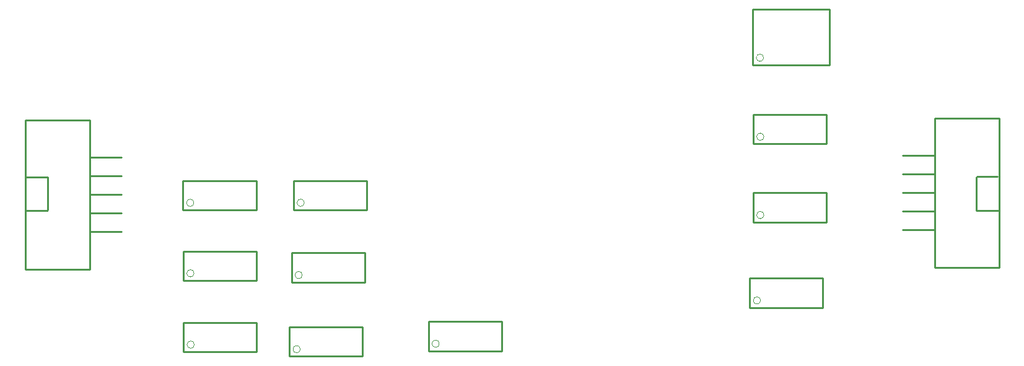
<source format=gbr>
%TF.GenerationSoftware,Altium Limited,Altium Designer,20.1.7 (139)*%
G04 Layer_Color=16711935*
%FSLAX44Y44*%
%MOMM*%
%TF.SameCoordinates,E03824B4-CBBF-40F0-B96A-956E77447FB1*%
%TF.FilePolarity,Positive*%
%TF.FileFunction,Other,Top_Assembly*%
%TF.Part,Single*%
G01*
G75*
%TA.AperFunction,NonConductor*%
%ADD38C,0.2500*%
%ADD41C,0.2540*%
%ADD55C,0.1000*%
D38*
X1450500Y848500D02*
Y888500D01*
X1350500Y848500D02*
Y888500D01*
X1450500D01*
X1350500Y848500D02*
X1450500D01*
X1345850Y624750D02*
X1445850D01*
X1345850Y664750D02*
X1445850D01*
X1345850Y624750D02*
Y664750D01*
X1445850Y624750D02*
Y664750D01*
X719500Y659500D02*
X819500D01*
X719500Y699500D02*
X819500D01*
X719500Y659500D02*
Y699500D01*
X819500Y659500D02*
Y699500D01*
X716750Y558000D02*
X816750D01*
X716750Y598000D02*
X816750D01*
X716750Y558000D02*
Y598000D01*
X816750Y558000D02*
Y598000D01*
X1450500Y741500D02*
Y781500D01*
X1350500Y741500D02*
Y781500D01*
X1450500D01*
X1350500Y741500D02*
X1450500D01*
X671250Y758250D02*
Y798250D01*
X571250Y758250D02*
Y798250D01*
X671250D01*
X571250Y758250D02*
X671250D01*
X1350000Y956500D02*
X1455000D01*
X1350000Y1032500D02*
X1455000D01*
X1350000Y956500D02*
Y1032500D01*
X1455000Y956500D02*
Y1032500D01*
X672000Y564250D02*
Y604250D01*
X572000Y564250D02*
Y604250D01*
X672000D01*
X572000Y564250D02*
X672000D01*
X671550Y661750D02*
Y701750D01*
X571550Y661750D02*
Y701750D01*
X671550D01*
X571550Y661750D02*
X671550D01*
X906750Y565500D02*
X1006750D01*
X906750Y605500D02*
X1006750D01*
X906750Y565500D02*
Y605500D01*
X1006750Y565500D02*
Y605500D01*
X822250Y758250D02*
Y798250D01*
X722250Y758250D02*
Y798250D01*
X822250D01*
X722250Y758250D02*
X822250D01*
D41*
X385700Y757300D02*
X386700Y758300D01*
X357700Y757300D02*
X385700D01*
X386700Y758300D02*
Y803300D01*
X355700D02*
X386700D01*
X443700Y830100D02*
Y881300D01*
X355700D02*
X443700D01*
X355700Y677300D02*
Y881300D01*
Y677300D02*
X443700D01*
Y728500D01*
X444100Y753900D02*
X487400D01*
X443700Y779300D02*
X487400D01*
X444100Y804700D02*
X487400D01*
X443700Y830100D02*
X487400D01*
X443700Y728500D02*
Y830100D01*
Y728500D02*
X462000D01*
X487400D01*
X1655550Y802600D02*
X1656550Y803600D01*
X1684550D01*
X1655550Y757600D02*
Y802600D01*
Y757600D02*
X1686550D01*
X1598550Y679600D02*
Y730800D01*
Y679600D02*
X1686550D01*
Y883600D01*
X1598550D02*
X1686550D01*
X1598550Y832400D02*
Y883600D01*
X1554850Y807000D02*
X1598150D01*
X1554850Y781600D02*
X1598550D01*
X1554850Y756200D02*
X1598150D01*
X1554850Y730800D02*
X1598550D01*
Y832400D01*
X1580250D02*
X1598550D01*
X1554850D02*
X1580250D01*
D55*
X1365250Y858250D02*
G03*
X1365250Y858250I-5000J0D01*
G01*
X1360600Y634500D02*
G03*
X1360600Y634500I-5000J0D01*
G01*
X734250Y669250D02*
G03*
X734250Y669250I-5000J0D01*
G01*
X731500Y567750D02*
G03*
X731500Y567750I-5000J0D01*
G01*
X1365250Y751250D02*
G03*
X1365250Y751250I-5000J0D01*
G01*
X586000Y768000D02*
G03*
X586000Y768000I-5000J0D01*
G01*
X1364750Y966250D02*
G03*
X1364750Y966250I-5000J0D01*
G01*
X586750Y574000D02*
G03*
X586750Y574000I-5000J0D01*
G01*
X586300Y671500D02*
G03*
X586300Y671500I-5000J0D01*
G01*
X921500Y575250D02*
G03*
X921500Y575250I-5000J0D01*
G01*
X737000Y768000D02*
G03*
X737000Y768000I-5000J0D01*
G01*
%TF.MD5,2ec724619d6532e2b054f93059be657f*%
M02*

</source>
